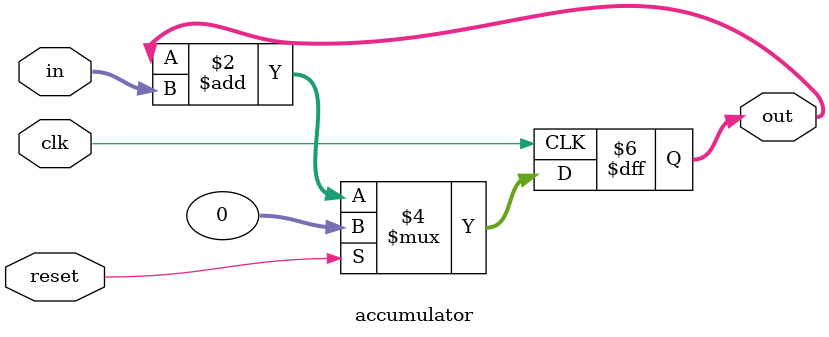
<source format=sv>

module accumulator #(
    parameter WIDTH = 32
) (
    input  logic                 clk,
    input  logic                 reset,     
    input  logic [WIDTH-1:0]     in,
    output logic [WIDTH-1:0]     out
);
    // on every cycle sum the input
    always_ff @(posedge clk) begin
        if (reset) begin
            out <= '0;
        end else begin
            out <= out + in;
        end
    end
endmodule
</source>
